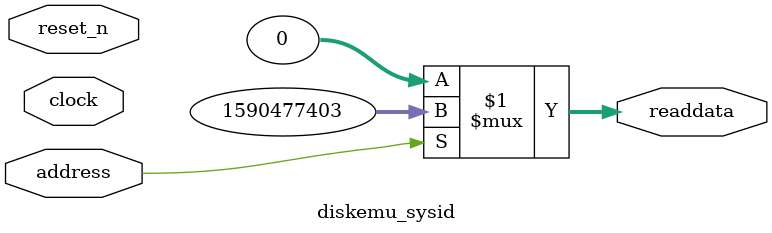
<source format=v>

`timescale 1ns / 1ps
// synthesis translate_on

// turn off superfluous verilog processor warnings 
// altera message_level Level1 
// altera message_off 10034 10035 10036 10037 10230 10240 10030 

module diskemu_sysid (
               // inputs:
                address,
                clock,
                reset_n,

               // outputs:
                readdata
             )
;

  output  [ 31: 0] readdata;
  input            address;
  input            clock;
  input            reset_n;

  wire    [ 31: 0] readdata;
  //control_slave, which is an e_avalon_slave
  assign readdata = address ? 1590477403 : 0;

endmodule




</source>
